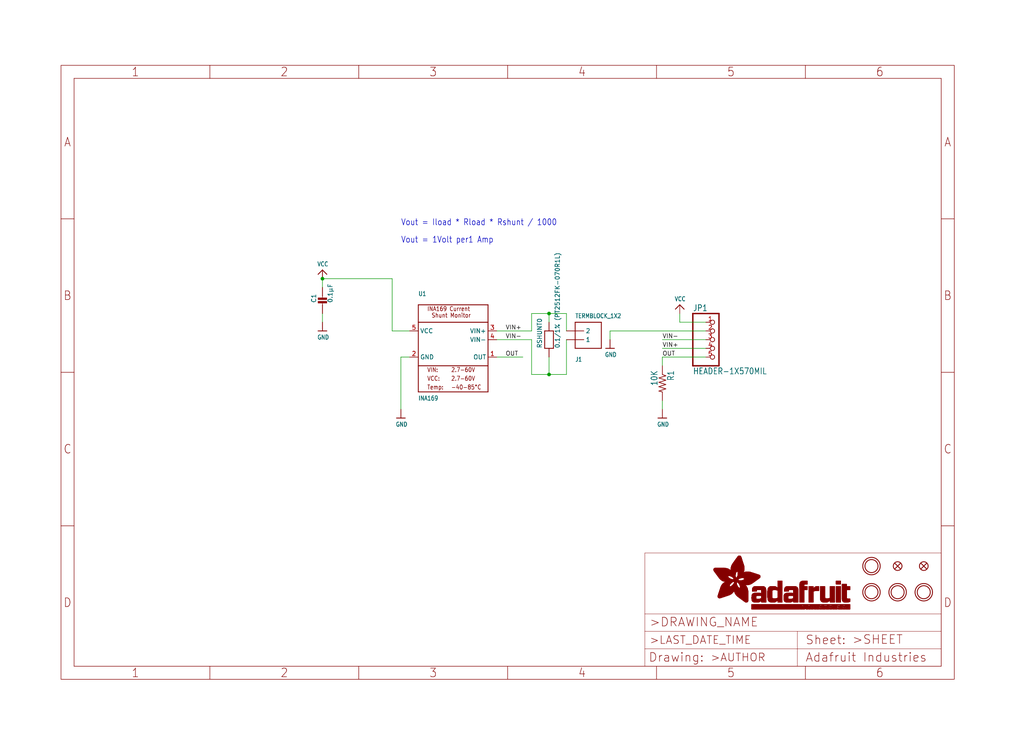
<source format=kicad_sch>
(kicad_sch (version 20211123) (generator eeschema)
  (paper "User" 298.45 217.881)
  (lib_symbols
    (symbol "eagleSchem-eagle-import:CAP_CERAMIC0805"
      (property "Reference" "C" (at -1.79 0.54 90))
      (property "Value" "CAP_CERAMIC0805" (at 3 0.54 90))
      (symbol "CAP_CERAMIC0805_1_0"
        (pin passive line (at 0 5.08 270) (length 2.54) (name "1") (number "1"))
        (pin passive line (at 0 -2.54 90) (length 2.54) (name "2") (number "2"))
      )
    )
    (symbol "eagleSchem-eagle-import:FIDUCIAL{dblquote}{dblquote}")
    (symbol "eagleSchem-eagle-import:FRAME_A4_ADAFRUIT"
      (symbol "FRAME_A4_ADAFRUIT_0_0"
        (text "1" (at 21.6958 1.905 0) (effects (font (size 2.54 2.286))))
        (text "1" (at 21.6958 177.165 0) (effects (font (size 2.54 2.286))))
        (text "2" (at 65.0875 1.905 0) (effects (font (size 2.54 2.286))))
        (text "2" (at 65.0875 177.165 0) (effects (font (size 2.54 2.286))))
        (text "3" (at 108.4792 1.905 0) (effects (font (size 2.54 2.286))))
        (text "3" (at 108.4792 177.165 0) (effects (font (size 2.54 2.286))))
        (text "4" (at 151.8708 1.905 0) (effects (font (size 2.54 2.286))))
        (text "4" (at 151.8708 177.165 0) (effects (font (size 2.54 2.286))))
        (text "5" (at 195.2625 1.905 0) (effects (font (size 2.54 2.286))))
        (text "5" (at 195.2625 177.165 0) (effects (font (size 2.54 2.286))))
        (text "6" (at 238.6542 1.905 0) (effects (font (size 2.54 2.286))))
        (text "6" (at 238.6542 177.165 0) (effects (font (size 2.54 2.286))))
        (text "A" (at 1.905 156.6863 0) (effects (font (size 2.54 2.286))))
        (text "A" (at 258.445 156.6863 0) (effects (font (size 2.54 2.286))))
        (text "B" (at 1.905 111.9188 0) (effects (font (size 2.54 2.286))))
        (text "B" (at 258.445 111.9188 0) (effects (font (size 2.54 2.286))))
        (text "C" (at 1.905 67.1513 0) (effects (font (size 2.54 2.286))))
        (text "C" (at 258.445 67.1513 0) (effects (font (size 2.54 2.286))))
        (text "D" (at 1.905 22.3838 0) (effects (font (size 2.54 2.286))))
        (text "D" (at 258.445 22.3838 0) (effects (font (size 2.54 2.286))))
      )
      (symbol "FRAME_A4_ADAFRUIT_1_0"
        (text ">AUTHOR" (at 189.23 5.08 0) (effects (font (size 2.286 2.286)) (justify left bottom)))
        (text ">DRAWING_NAME" (at 171.45 15.24 0) (effects (font (size 2.54 2.54)) (justify left bottom)))
        (text ">LAST_DATE_TIME" (at 171.45 10.16 0) (effects (font (size 2.286 2.286)) (justify left bottom)))
        (text ">SHEET" (at 230.505 10.16 0) (effects (font (size 2.54 2.54)) (justify left bottom)))
        (text "Adafruit Industries" (at 216.916 4.953 0) (effects (font (size 2.54 2.54)) (justify left bottom)))
        (text "Drawing:" (at 171.196 4.953 0) (effects (font (size 2.54 2.54)) (justify left bottom)))
        (text "Sheet:" (at 216.916 10.033 0) (effects (font (size 2.54 2.54)) (justify left bottom)))
      )
    )
    (symbol "eagleSchem-eagle-import:GND" (power)
      (property "Value" "GND" (at -1.524 -2.54 0))
      (symbol "GND_1_0"
        (pin power_in line (at 0 2.54 270) (length 2.54) (name "GND") (number "1"))
      )
    )
    (symbol "eagleSchem-eagle-import:HEADER-1X570MIL"
      (property "Reference" "JP" (at -6.35 8.255 0))
      (property "Value" "HEADER-1X570MIL" (at -6.35 -10.16 0))
      (symbol "HEADER-1X570MIL_1_0"
        (pin passive inverted (at -2.54 5.08 0) (length 2.54) (name "1") (number "1"))
        (pin passive inverted (at -2.54 2.54 0) (length 2.54) (name "2") (number "2"))
        (pin passive inverted (at -2.54 0 0) (length 2.54) (name "3") (number "3"))
        (pin passive inverted (at -2.54 -2.54 0) (length 2.54) (name "4") (number "4"))
        (pin passive inverted (at -2.54 -5.08 0) (length 2.54) (name "5") (number "5"))
      )
    )
    (symbol "eagleSchem-eagle-import:INA169"
      (property "Reference" "U" (at -10.16 15.24 0))
      (property "Value" "INA169" (at -10.16 -15.24 0))
      (symbol "INA169_1_0"
        (text "-40-85°C" (at -0.635 -12.065 0) (effects (font (size 1.27 1.0795)) (justify left bottom)))
        (text "2.7-60V" (at -0.635 -9.525 0) (effects (font (size 1.27 1.0795)) (justify left bottom)))
        (text "2.7-60V" (at -0.635 -6.985 0) (effects (font (size 1.27 1.0795)) (justify left bottom)))
        (text "INA169 Current" (at -7.62 10.795 0) (effects (font (size 1.27 1.0795)) (justify left bottom)))
        (text "Shunt Monitor" (at -6.35 8.89 0) (effects (font (size 1.27 1.0795)) (justify left bottom)))
        (text "Temp:" (at -7.62 -12.065 0) (effects (font (size 1.27 1.0795)) (justify left bottom)))
        (text "VCC:" (at -7.62 -9.525 0) (effects (font (size 1.27 1.0795)) (justify left bottom)))
        (text "VIN:" (at -7.62 -6.985 0) (effects (font (size 1.27 1.0795)) (justify left bottom)))
        (pin output line (at 12.7 -2.54 180) (length 2.54) (name "OUT") (number "1"))
        (pin power_in line (at -12.7 -2.54 0) (length 2.54) (name "GND") (number "2"))
        (pin bidirectional line (at 12.7 5.08 180) (length 2.54) (name "VIN+") (number "3"))
        (pin bidirectional line (at 12.7 2.54 180) (length 2.54) (name "VIN-") (number "4"))
        (pin power_in line (at -12.7 5.08 0) (length 2.54) (name "VCC") (number "5"))
      )
    )
    (symbol "eagleSchem-eagle-import:MOUNTINGHOLE2.5")
    (symbol "eagleSchem-eagle-import:RESISTOR2512"
      (property "Reference" "R" (at -2.54 2.032 0))
      (property "Value" "RESISTOR2512" (at -2.54 -3.175 0))
      (symbol "RESISTOR2512_1_0"
        (pin passive line (at -5.08 0 0) (length 2.54) (name "1") (number "1"))
        (pin passive line (at 5.08 0 180) (length 2.54) (name "2") (number "2"))
      )
    )
    (symbol "eagleSchem-eagle-import:RESISTOR_DUAL"
      (property "Reference" "R" (at -3.81 1.4986 0))
      (property "Value" "RESISTOR_DUAL" (at -3.81 -3.302 0))
      (symbol "RESISTOR_DUAL_1_0"
        (pin passive line (at -5.08 0 0) (length 2.54) (name "1") (number "1"))
        (pin passive line (at 5.08 0 180) (length 2.54) (name "2") (number "2"))
      )
    )
    (symbol "eagleSchem-eagle-import:TERMBLOCK_1X2"
      (property "Reference" "X" (at -2.54 7.62 0))
      (property "Value" "TERMBLOCK_1X2" (at -2.54 -5.08 0))
      (symbol "TERMBLOCK_1X2_1_0"
        (pin passive line (at -5.08 2.54 0) (length 5.08) (name "1") (number "1"))
        (pin passive line (at -5.08 0 0) (length 5.08) (name "2") (number "2"))
      )
    )
    (symbol "eagleSchem-eagle-import:VCC" (power)
      (property "Value" "VCC" (at -1.524 1.016 0))
      (symbol "VCC_1_0"
        (pin power_in line (at 0 -2.54 90) (length 2.54) (name "VCC") (number "1"))
      )
    )
  )
  (junction (at 160.02 91.44))
  (junction (at 160.02 109.22))
  (junction (at 93.98 81.28))
  (wire (pts (xy 116.84 104.14) (xy 116.84 119.38)))
  (wire (pts (xy 154.94 109.22) (xy 160.02 109.22)))
  (wire (pts (xy 193.04 104.14) (xy 193.04 106.68)))
  (wire (pts (xy 205.74 104.14) (xy 193.04 104.14)))
  (wire (pts (xy 205.74 101.6) (xy 193.04 101.6)))
  (wire (pts (xy 160.02 109.22) (xy 160.02 104.14)))
  (wire (pts (xy 144.78 96.52) (xy 154.94 96.52)))
  (wire (pts (xy 114.3 81.28) (xy 93.98 81.28)))
  (wire (pts (xy 193.04 116.84) (xy 193.04 119.38)))
  (wire (pts (xy 93.98 91.44) (xy 93.98 93.98)))
  (wire (pts (xy 114.3 96.52) (xy 114.3 81.28)))
  (wire (pts (xy 165.1 96.52) (xy 165.1 91.44)))
  (wire (pts (xy 205.74 96.52) (xy 177.8 96.52)))
  (wire (pts (xy 154.94 99.06) (xy 154.94 109.22)))
  (wire (pts (xy 165.1 91.44) (xy 160.02 91.44)))
  (wire (pts (xy 160.02 91.44) (xy 160.02 93.98)))
  (wire (pts (xy 177.8 96.52) (xy 177.8 99.06)))
  (wire (pts (xy 205.74 93.98) (xy 198.12 93.98)))
  (wire (pts (xy 154.94 91.44) (xy 160.02 91.44)))
  (wire (pts (xy 119.38 96.52) (xy 114.3 96.52)))
  (wire (pts (xy 144.78 104.14) (xy 152.4 104.14)))
  (wire (pts (xy 144.78 99.06) (xy 154.94 99.06)))
  (wire (pts (xy 205.74 99.06) (xy 193.04 99.06)))
  (wire (pts (xy 165.1 109.22) (xy 165.1 99.06)))
  (wire (pts (xy 119.38 104.14) (xy 116.84 104.14)))
  (wire (pts (xy 154.94 96.52) (xy 154.94 91.44)))
  (wire (pts (xy 160.02 109.22) (xy 165.1 109.22)))
  (wire (pts (xy 93.98 81.28) (xy 93.98 83.82)))
  (wire (pts (xy 198.12 93.98) (xy 198.12 91.44)))
  (text "Vout = 1Volt per1 Amp" (at 116.84 71.12 180) (effects (font (size 1.778 1.5113)) (justify left bottom)))
  (text "Vout = Iload * Rload * Rshunt / 1000" (at 116.84 66.04 180) (effects (font (size 1.778 1.5113)) (justify left bottom)))
  (label "VIN-" (at 193.04 99.06 0) (effects (font (size 1.2446 1.2446))))
  (label "OUT" (at 147.32 104.14 0) (effects (font (size 1.2446 1.2446))))
  (label "VIN+" (at 147.32 96.52 0) (effects (font (size 1.2446 1.2446))))
  (label "VIN+" (at 193.04 101.6 0) (effects (font (size 1.2446 1.2446))))
  (label "OUT" (at 193.04 104.14 0) (effects (font (size 1.2446 1.2446))))
  (label "VIN-" (at 147.32 99.06 0) (effects (font (size 1.2446 1.2446))))
  (symbol (lib_id "eagleSchem-eagle-import:MOUNTINGHOLE2.5") (at 254 165.1 0) (unit 1)
    (property "Reference" "U$10" (effects hide))
    (property "Value" "MOUNTINGHOLE2.5" (effects hide))
    (property "Footprint" "eagleSchem:MOUNTINGHOLE_2.5_PLATED" (effects hide))
  )
  (symbol (lib_id "eagleSchem-eagle-import:FIDUCIAL{dblquote}{dblquote}") (at 261.62 165.1 0) (unit 1)
    (property "Reference" "FID2" (effects hide))
    (property "Value" "FIDUCIAL{dblquote}{dblquote}" (effects hide))
    (property "Footprint" "eagleSchem:FIDUCIAL_1MM" (effects hide))
  )
  (symbol (lib_id "eagleSchem-eagle-import:VCC") (at 93.98 78.74 0) (unit 1)
    (property "Reference" "#P+3" (effects hide))
    (property "Value" "VCC" (at 92.456 77.724 0) (effects (font (size 1.27 1.0795)) (justify left bottom)))
    (property "Footprint" "eagleSchem:" (effects hide))
  )
  (symbol (lib_id "eagleSchem-eagle-import:GND") (at 193.04 121.92 0) (unit 1)
    (property "Reference" "#U$2" (effects hide))
    (property "Value" "GND" (at 191.516 124.46 0) (effects (font (size 1.27 1.0795)) (justify left bottom)))
    (property "Footprint" "eagleSchem:" (effects hide))
  )
  (symbol (lib_id "eagleSchem-eagle-import:GND") (at 93.98 96.52 0) (unit 1)
    (property "Reference" "#U$5" (effects hide))
    (property "Value" "GND" (at 92.456 99.06 0) (effects (font (size 1.27 1.0795)) (justify left bottom)))
    (property "Footprint" "eagleSchem:" (effects hide))
  )
  (symbol (lib_id "eagleSchem-eagle-import:GND") (at 116.84 121.92 0) (unit 1)
    (property "Reference" "#U$4" (effects hide))
    (property "Value" "GND" (at 115.316 124.46 0) (effects (font (size 1.27 1.0795)) (justify left bottom)))
    (property "Footprint" "eagleSchem:" (effects hide))
  )
  (symbol (lib_id "eagleSchem-eagle-import:GND") (at 177.8 101.6 0) (unit 1)
    (property "Reference" "#U$6" (effects hide))
    (property "Value" "GND" (at 176.276 104.14 0) (effects (font (size 1.27 1.0795)) (justify left bottom)))
    (property "Footprint" "eagleSchem:" (effects hide))
  )
  (symbol (lib_id "eagleSchem-eagle-import:HEADER-1X570MIL") (at 208.28 99.06 0) (unit 1)
    (property "Reference" "JP1" (at 201.93 90.805 0) (effects (font (size 1.778 1.5113)) (justify left bottom)))
    (property "Value" "HEADER-1X570MIL" (at 201.93 109.22 0) (effects (font (size 1.778 1.5113)) (justify left bottom)))
    (property "Footprint" "eagleSchem:1X05_ROUND_70" (effects hide))
  )
  (symbol (lib_id "eagleSchem-eagle-import:MOUNTINGHOLE2.5") (at 254 172.72 0) (unit 1)
    (property "Reference" "U$9" (effects hide))
    (property "Value" "MOUNTINGHOLE2.5" (effects hide))
    (property "Footprint" "eagleSchem:MOUNTINGHOLE_2.5_PLATED" (effects hide))
  )
  (symbol (lib_id "eagleSchem-eagle-import:FRAME_A4_ADAFRUIT") (at 17.78 198.12 0) (unit 1)
    (property "Reference" "#U$1" (effects hide))
    (property "Value" "FRAME_A4_ADAFRUIT" (effects hide))
    (property "Footprint" "eagleSchem:" (effects hide))
  )
  (symbol (lib_id "eagleSchem-eagle-import:TERMBLOCK_1X2") (at 170.18 96.52 0) (mirror x) (unit 1)
    (property "Reference" "J1" (at 167.64 104.14 0) (effects (font (size 1.27 1.0795)) (justify left bottom)))
    (property "Value" "TERMBLOCK_1X2" (at 167.64 91.44 0) (effects (font (size 1.27 1.0795)) (justify left bottom)))
    (property "Footprint" "eagleSchem:TERMBLOCK_1X2-3.5MM" (effects hide))
  )
  (symbol (lib_id "eagleSchem-eagle-import:RESISTOR2512") (at 160.02 99.06 90) (unit 1)
    (property "Reference" "RSHUNT0" (at 157.988 101.6 0) (effects (justify left bottom)))
    (property "Value" "0.1/1% (PT2512FK-070R1L)" (at 163.195 101.6 0) (effects (justify left bottom)))
    (property "Footprint" "eagleSchem:2512" (effects hide))
  )
  (symbol (lib_id "eagleSchem-eagle-import:FIDUCIAL{dblquote}{dblquote}") (at 269.24 165.1 0) (unit 1)
    (property "Reference" "FID1" (effects hide))
    (property "Value" "FIDUCIAL{dblquote}{dblquote}" (effects hide))
    (property "Footprint" "eagleSchem:FIDUCIAL_1MM" (effects hide))
  )
  (symbol (lib_id "eagleSchem-eagle-import:INA169") (at 132.08 101.6 0) (unit 1)
    (property "Reference" "U1" (at 121.92 86.36 0) (effects (font (size 1.27 1.0795)) (justify left bottom)))
    (property "Value" "INA169" (at 121.92 116.84 0) (effects (font (size 1.27 1.0795)) (justify left bottom)))
    (property "Footprint" "eagleSchem:SOT23-5" (effects hide))
  )
  (symbol (lib_id "eagleSchem-eagle-import:MOUNTINGHOLE2.5") (at 261.62 172.72 0) (unit 1)
    (property "Reference" "U$8" (effects hide))
    (property "Value" "MOUNTINGHOLE2.5" (effects hide))
    (property "Footprint" "eagleSchem:MOUNTINGHOLE_2.5_PLATED" (effects hide))
  )
  (symbol (lib_id "eagleSchem-eagle-import:RESISTOR_DUAL") (at 193.04 111.76 270) (unit 1)
    (property "Reference" "R1" (at 194.5386 107.95 0) (effects (font (size 1.778 1.5113)) (justify left bottom)))
    (property "Value" "10K" (at 189.738 107.95 0) (effects (font (size 1.778 1.5113)) (justify left bottom)))
    (property "Footprint" "eagleSchem:0805-THM" (effects hide))
  )
  (symbol (lib_id "eagleSchem-eagle-import:VCC") (at 198.12 88.9 0) (unit 1)
    (property "Reference" "#P+4" (effects hide))
    (property "Value" "VCC" (at 196.596 87.884 0) (effects (font (size 1.27 1.0795)) (justify left bottom)))
    (property "Footprint" "eagleSchem:" (effects hide))
  )
  (symbol (lib_id "eagleSchem-eagle-import:MOUNTINGHOLE2.5") (at 269.24 172.72 0) (unit 1)
    (property "Reference" "U$7" (effects hide))
    (property "Value" "MOUNTINGHOLE2.5" (effects hide))
    (property "Footprint" "eagleSchem:MOUNTINGHOLE_2.5_PLATED" (effects hide))
  )
  (symbol (lib_id "eagleSchem-eagle-import:CAP_CERAMIC0805") (at 93.98 88.9 0) (unit 1)
    (property "Reference" "C1" (at 92.19 88.36 90) (effects (justify left bottom)))
    (property "Value" "0.1µF" (at 96.98 88.36 90) (effects (justify left bottom)))
    (property "Footprint" "eagleSchem:0805" (effects hide))
  )
)
</source>
